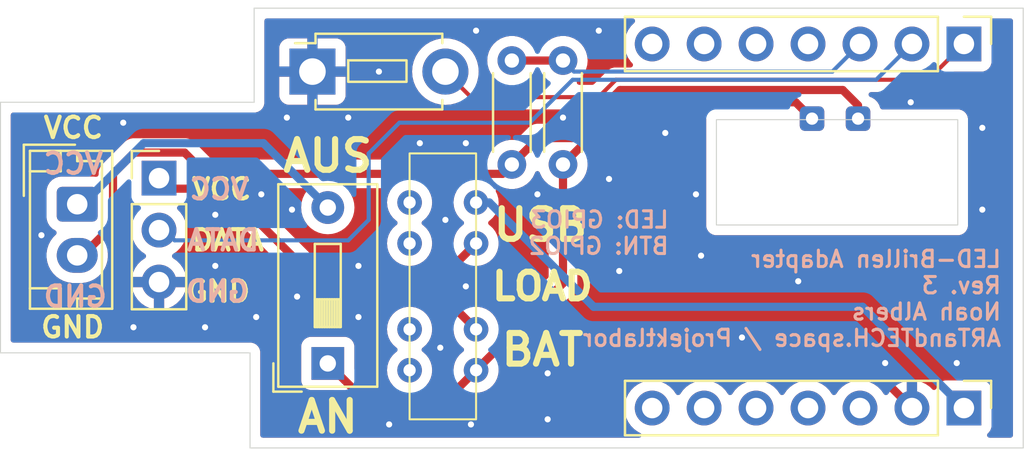
<source format=kicad_pcb>
(kicad_pcb (version 20240108) (generator "pcbnew") (generator_version "8.0")
  (layers (0 "F.Cu" signal) (31 "B.Cu" signal) (34 "B.Paste" user) (35 "F.Paste" user) (36 "B.SilkS" user "B.Silkscreen") (37 "F.SilkS" user "F.Silkscreen") (38 "B.Mask" user) (39 "F.Mask" user) (44 "Edge.Cuts" user))
  (net 0 "")
  (net 6 "/LEDS")
  (net 10 "/Battery-Measurement")
  (net 14 "/BTN")
  (net 16 "GND (ESP)")
  (net 17 "Net-(J5-Pin_1)")
  (net 18 "5V (USB)")
  (net 19 "3,3V (ESP)")
  (net 20 "3,7V (BAT)")
  (net 21 "VCC (Stripe)")
  (net 22 "GND (Battery)")
  (footprint "Button_Switch_THT:SW_DIP_SPSTx01_Slide_9.78x4.72mm_W7.62mm_P2.54mm" (layer "F.Cu") (at 216 95.7675 90)
    (property "Reference" "SW1" (hide yes))
    (property "Value" "SW_DIP_x01" (hide yes))
    (fp_line (start -1.38 -2.66) (end 0.004 -2.66) (stroke (width 0.12)) (layer "F.SilkS"))
    (fp_line (start -1.38 -2.66) (end -1.38 -1.277) (stroke (width 0.12)) (layer "F.SilkS"))
    (fp_line (start 8.76 -2.42) (end 8.76 2.42) (stroke (width 0.12)) (layer "F.SilkS"))
    (fp_line (start -1.14 -2.42) (end 8.76 -2.42) (stroke (width 0.12)) (layer "F.SilkS"))
    (fp_line (start -1.14 -2.42) (end -1.14 2.42) (stroke (width 0.12)) (layer "F.SilkS"))
    (fp_line (start 5.84 -0.635) (end 1.78 -0.635) (stroke (width 0.12)) (layer "F.SilkS"))
    (fp_line (start 3.133333 -0.635) (end 3.133333 0.635) (stroke (width 0.12)) (layer "F.SilkS"))
    (fp_line (start 1.78 -0.635) (end 1.78 0.635) (stroke (width 0.12)) (layer "F.SilkS"))
    (fp_line (start 1.78 -0.515) (end 3.133333 -0.515) (stroke (width 0.12)) (layer "F.SilkS"))
    (fp_line (start 1.78 -0.395) (end 3.133333 -0.395) (stroke (width 0.12)) (layer "F.SilkS"))
    (fp_line (start 1.78 -0.275) (end 3.133333 -0.275) (stroke (width 0.12)) (layer "F.SilkS"))
    (fp_line (start 1.78 -0.155) (end 3.133333 -0.155) (stroke (width 0.12)) (layer "F.SilkS"))
    (fp_line (start 1.78 -0.035) (end 3.133333 -0.035) (stroke (width 0.12)) (layer "F.SilkS"))
    (fp_line (start 1.78 0.085) (end 3.133333 0.085) (stroke (width 0.12)) (layer "F.SilkS"))
    (fp_line (start 1.78 0.205) (end 3.133333 0.205) (stroke (width 0.12)) (layer "F.SilkS"))
    (fp_line (start 1.78 0.325) (end 3.133333 0.325) (stroke (width 0.12)) (layer "F.SilkS"))
    (fp_line (start 1.78 0.445) (end 3.133333 0.445) (stroke (width 0.12)) (layer "F.SilkS"))
    (fp_line (start 1.78 0.565) (end 3.133333 0.565) (stroke (width 0.12)) (layer "F.SilkS"))
    (fp_line (start 5.84 0.635) (end 5.84 -0.635) (stroke (width 0.12)) (layer "F.SilkS"))
    (fp_line (start 1.78 0.635) (end 5.84 0.635) (stroke (width 0.12)) (layer "F.SilkS"))
    (fp_line (start -1.14 2.42) (end 8.76 2.42) (stroke (width 0.12)) (layer "F.SilkS"))
    (pad "1" thru_hole rect (at 0 0 90) (size 1.6 1.6) (drill 0.8) (layers "*.Cu" "*.Mask") (net 20 "3,7V (BAT)"))
    (pad "2" thru_hole oval (at 7.62 0 90) (size 1.6 1.6) (drill 0.8) (layers "*.Cu" "*.Mask") (net 17 "Net-(J5-Pin_1)"))
  )
  (footprint "Button_Switch_THT:SW_PUSH_1P1T_6x3.5mm_H5.0_APEM_MJTP1250" (layer "F.Cu") (at 215.25 81.5)
    (property "Reference" "SW2" (hide yes))
    (property "Value" "SW_Push" (hide yes))
    (fp_line (start 0.15 -1.85) (end 0.15 -1.39) (stroke (width 0.12)) (layer "F.SilkS"))
    (fp_line (start 0.15 -1.39) (end -0.85 -1.39) (stroke (width 0.12)) (layer "F.SilkS"))
    (fp_line (start 0.15 1.39) (end 0.15 1.85) (stroke (width 0.12)) (layer "F.SilkS"))
    (fp_line (start 0.15 1.85) (end 6.35 1.85) (stroke (width 0.12)) (layer "F.SilkS"))
    (fp_line (start 6.35 -1.85) (end 0.15 -1.85) (stroke (width 0.12)) (layer "F.SilkS"))
    (fp_line (start 6.35 -1.85) (end 6.35 -1.39) (stroke (width 0.12)) (layer "F.SilkS"))
    (fp_line (start 6.35 1.39) (end 6.35 1.85) (stroke (width 0.12)) (layer "F.SilkS"))
    (fp_rect (start 1.75 -0.55) (end 4.6 0.5) (stroke (width 0.12)) (fill none) (layer "F.SilkS"))
    (pad "1" thru_hole rect (at 0 0 90) (size 2.25 2.25) (drill 1.3) (layers "*.Cu" "*.Mask") (net 16 "GND (ESP)"))
    (pad "2" thru_hole circle (at 6.5 0 90) (size 2.25 2.25) (drill 1.3) (layers "*.Cu" "*.Mask") (net 14 "/BTN"))
  )
  (footprint "Library-SeeedStudio-Esp32C3-Battery-Pad-Surfacemount:Battery-Adapter" (layer "F.Cu") (at 239.675 83.8)
    (property "Reference" "J4" (hide yes))
    (property "Value" "Conn_01x02" (hide yes))
    (pad "1" thru_hole roundrect (at 0 0) (size 1.2 1.2) (drill 0.6) (property pad_prop_castellated) (layers "*.Cu" "*.Mask") (roundrect_rratio 0.2083333333) (net 20 "3,7V (BAT)"))
    (pad "2" thru_hole roundrect (at 2.25 0) (size 1.2 1.2) (drill 0.6) (layers "*.Cu" "*.Mask") (roundrect_rratio 0.2083333333) (net 22 "GND (Battery)"))
  )
  (footprint "Library-MSS-2336-DTE:MSS-2336" (layer "F.Cu") (at 220 96.1 90)
    (property "Reference" "SW3" (hide yes))
    (property "Value" "~" (hide yes))
    (fp_rect (start -2.4 0) (end 10.6 3.25) (stroke (width 0.1)) (fill none) (layer "F.SilkS"))
    (pad "1" thru_hole circle (at 0 3.25 90) (size 1.2 1.2) (drill 0.6) (layers "*.Cu" "*.Mask") (net 20 "3,7V (BAT)"))
    (pad "2" thru_hole circle (at 2 3.25 90) (size 1.2 1.2) (drill 0.6) (layers "*.Cu" "*.Mask") (net 21 "VCC (Stripe)"))
    (pad "3" thru_hole circle (at 6.2 3.25 90) (size 1.2 1.2) (drill 0.6) (layers "*.Cu" "*.Mask") (net 21 "VCC (Stripe)"))
    (pad "4" thru_hole circle (at 8.2 3.25 90) (size 1.2 1.2) (drill 0.6) (layers "*.Cu" "*.Mask") (net 18 "5V (USB)"))
    (pad "5" thru_hole circle (at 0 0 90) (size 1.2 1.2) (drill 0.6) (layers "*.Cu" "*.Mask"))
    (pad "6" thru_hole circle (at 2 0 90) (size 1.2 1.2) (drill 0.6) (layers "*.Cu" "*.Mask"))
    (pad "7" thru_hole circle (at 6.2 0 90) (size 1.2 1.2) (drill 0.6) (layers "*.Cu" "*.Mask"))
    (pad "8" thru_hole circle (at 8.2 0 90) (size 1.2 1.2) (drill 0.6) (layers "*.Cu" "*.Mask"))
  )
  (footprint "Resistor_THT:R_Axial_DIN0204_L3.6mm_D1.6mm_P5.08mm_Horizontal" (layer "F.Cu") (at 227.5 80.96 -90)
    (property "Reference" "R2" (hide yes))
    (property "Value" "R" (hide yes))
    (fp_line (start 0.62 0.92) (end 4.46 0.92) (stroke (width 0.12)) (layer "F.SilkS"))
    (fp_line (start 0.62 -0.92) (end 4.46 -0.92) (stroke (width 0.12)) (layer "F.SilkS"))
    (pad "1" thru_hole circle (at 0 0 270) (size 1.4 1.4) (drill 0.7) (layers "*.Cu" "*.Mask") (net 10 "/Battery-Measurement"))
    (pad "2" thru_hole oval (at 5.08 0 270) (size 1.4 1.4) (drill 0.7) (layers "*.Cu" "*.Mask") (net 20 "3,7V (BAT)"))
  )
  (footprint "Connector_PinHeader_2.54mm:PinHeader_1x03_P2.54mm_Vertical" (layer "F.Cu") (at 207.75 86.71)
    (property "Reference" "J3" (hide yes))
    (property "Value" "Conn_01x03_Pin" (hide yes))
    (fp_line (start -1.33 -1.33) (end 0 -1.33) (stroke (width 0.12)) (layer "F.SilkS"))
    (fp_line (start -1.33 0) (end -1.33 -1.33) (stroke (width 0.12)) (layer "F.SilkS"))
    (fp_line (start -1.33 1.27) (end -1.33 6.41) (stroke (width 0.12)) (layer "F.SilkS"))
    (fp_line (start -1.33 1.27) (end 1.33 1.27) (stroke (width 0.12)) (layer "F.SilkS"))
    (fp_line (start -1.33 6.41) (end 1.33 6.41) (stroke (width 0.12)) (layer "F.SilkS"))
    (fp_line (start 1.33 1.27) (end 1.33 6.41) (stroke (width 0.12)) (layer "F.SilkS"))
    (pad "1" thru_hole rect (at 0 0) (size 1.7 1.7) (drill 1) (layers "*.Cu" "*.Mask") (net 21 "VCC (Stripe)"))
    (pad "2" thru_hole oval (at 0 2.54) (size 1.7 1.7) (drill 1) (layers "*.Cu" "*.Mask") (net 6 "/LEDS"))
    (pad "3" thru_hole oval (at 0 5.08) (size 1.7 1.7) (drill 1) (layers "*.Cu" "*.Mask") (net 16 "GND (ESP)"))
  )
  (footprint "Connector_PinHeader_2.54mm:PinHeader_1x07_P2.54mm_Vertical" (layer "F.Cu") (at 247.1 80.15 -90)
    (property "Reference" "J2" (hide yes))
    (property "Value" "Conn_01x07_Pin" (hide yes))
    (fp_line (start -1.33 16.57) (end 1.33 16.57) (stroke (width 0.12)) (layer "F.SilkS"))
    (fp_line (start -1.33 1.27) (end -1.33 16.57) (stroke (width 0.12)) (layer "F.SilkS"))
    (fp_line (start -1.33 1.27) (end 1.33 1.27) (stroke (width 0.12)) (layer "F.SilkS"))
    (fp_line (start 1.33 1.27) (end 1.33 16.57) (stroke (width 0.12)) (layer "F.SilkS"))
    (fp_line (start -1.33 0) (end -1.33 -1.33) (stroke (width 0.12)) (layer "F.SilkS"))
    (fp_line (start -1.33 -1.33) (end 0 -1.33) (stroke (width 0.12)) (layer "F.SilkS"))
    (pad "1" thru_hole rect (at 0 0 270) (size 1.7 1.7) (drill 1) (layers "*.Cu" "*.Mask") (net 14 "/BTN"))
    (pad "2" thru_hole oval (at 0 2.54 270) (size 1.7 1.7) (drill 1) (layers "*.Cu" "*.Mask") (net 6 "/LEDS"))
    (pad "3" thru_hole oval (at 0 5.08 270) (size 1.7 1.7) (drill 1) (layers "*.Cu" "*.Mask") (net 10 "/Battery-Measurement"))
    (pad "4" thru_hole oval (at 0 7.62 270) (size 1.7 1.7) (drill 1) (layers "*.Cu" "*.Mask"))
    (pad "5" thru_hole oval (at 0 10.16 270) (size 1.7 1.7) (drill 1) (layers "*.Cu" "*.Mask"))
    (pad "6" thru_hole oval (at 0 12.7 270) (size 1.7 1.7) (drill 1) (layers "*.Cu" "*.Mask"))
    (pad "7" thru_hole oval (at 0 15.24 270) (size 1.7 1.7) (drill 1) (layers "*.Cu" "*.Mask"))
  )
  (footprint "Resistor_THT:R_Axial_DIN0204_L3.6mm_D1.6mm_P5.08mm_Horizontal" (layer "F.Cu") (at 225 86.04 90)
    (property "Reference" "R1" (hide yes))
    (property "Value" "R" (hide yes))
    (fp_line (start 0.62 -0.92) (end 4.46 -0.92) (stroke (width 0.12)) (layer "F.SilkS"))
    (fp_line (start 0.62 0.92) (end 4.46 0.92) (stroke (width 0.12)) (layer "F.SilkS"))
    (pad "1" thru_hole circle (at 0 0 90) (size 1.4 1.4) (drill 0.7) (layers "*.Cu" "*.Mask") (net 22 "GND (Battery)"))
    (pad "2" thru_hole oval (at 5.08 0 90) (size 1.4 1.4) (drill 0.7) (layers "*.Cu" "*.Mask") (net 10 "/Battery-Measurement"))
  )
  (footprint "Connector_JST:JST_EH_B2B-EH-A_1x02_P2.50mm_Vertical" (layer "F.Cu") (at 203.75 87.985 -90)
    (property "Reference" "J5" (hide yes))
    (property "Value" "Conn_01x02" (hide yes))
    (fp_line (start -2.91 2.61) (end -0.41 2.61) (stroke (width 0.12)) (layer "F.SilkS"))
    (fp_line (start -2.61 2.31) (end 5.11 2.31) (stroke (width 0.12)) (layer "F.SilkS"))
    (fp_line (start 5.11 2.31) (end 5.11 -1.71) (stroke (width 0.12)) (layer "F.SilkS"))
    (fp_line (start -2.61 0.81) (end -1.61 0.81) (stroke (width 0.12)) (layer "F.SilkS"))
    (fp_line (start -1.61 0.81) (end -1.61 2.31) (stroke (width 0.12)) (layer "F.SilkS"))
    (fp_line (start 4.11 0.81) (end 4.11 2.31) (stroke (width 0.12)) (layer "F.SilkS"))
    (fp_line (start 5.11 0.81) (end 4.11 0.81) (stroke (width 0.12)) (layer "F.SilkS"))
    (fp_line (start -2.91 0.11) (end -2.91 2.61) (stroke (width 0.12)) (layer "F.SilkS"))
    (fp_line (start -2.61 0) (end -2.11 0) (stroke (width 0.12)) (layer "F.SilkS"))
    (fp_line (start -2.11 0) (end -2.11 -1.21) (stroke (width 0.12)) (layer "F.SilkS"))
    (fp_line (start 4.61 0) (end 5.11 0) (stroke (width 0.12)) (layer "F.SilkS"))
    (fp_line (start -2.11 -1.21) (end 4.61 -1.21) (stroke (width 0.12)) (layer "F.SilkS"))
    (fp_line (start 4.61 -1.21) (end 4.61 0) (stroke (width 0.12)) (layer "F.SilkS"))
    (fp_line (start -2.61 -1.71) (end -2.61 2.31) (stroke (width 0.12)) (layer "F.SilkS"))
    (fp_line (start 5.11 -1.71) (end -2.61 -1.71) (stroke (width 0.12)) (layer "F.SilkS"))
    (pad "1" thru_hole roundrect (at 0 0 270) (size 1.7 2) (drill 1) (layers "*.Cu" "*.Mask") (roundrect_rratio 0.147059) (net 17 "Net-(J5-Pin_1)"))
    (pad "2" thru_hole oval (at 2.5 0 270) (size 1.7 2) (drill 1) (layers "*.Cu" "*.Mask") (net 22 "GND (Battery)"))
  )
  (footprint "Connector_PinHeader_2.54mm:PinHeader_1x07_P2.54mm_Vertical" (layer "F.Cu") (at 247.1 97.95 -90)
    (property "Reference" "J1" (hide yes))
    (property "Value" "Conn_01x07_Pin" (hide yes))
    (fp_line (start -1.33 16.57) (end 1.33 16.57) (stroke (width 0.12)) (layer "F.SilkS"))
    (fp_line (start -1.33 1.27) (end -1.33 16.57) (stroke (width 0.12)) (layer "F.SilkS"))
    (fp_line (start -1.33 1.27) (end 1.33 1.27) (stroke (width 0.12)) (layer "F.SilkS"))
    (fp_line (start 1.33 1.27) (end 1.33 16.57) (stroke (width 0.12)) (layer "F.SilkS"))
    (fp_line (start -1.33 0) (end -1.33 -1.33) (stroke (width 0.12)) (layer "F.SilkS"))
    (fp_line (start -1.33 -1.33) (end 0 -1.33) (stroke (width 0.12)) (layer "F.SilkS"))
    (pad "1" thru_hole rect (at 0 0 270) (size 1.7 1.7) (drill 1) (layers "*.Cu" "*.Mask") (net 18 "5V (USB)"))
    (pad "2" thru_hole oval (at 0 2.54 270) (size 1.7 1.7) (drill 1) (layers "*.Cu" "*.Mask") (net 16 "GND (ESP)"))
    (pad "3" thru_hole oval (at 0 5.08 270) (size 1.7 1.7) (drill 1) (layers "*.Cu" "*.Mask") (net 19 "3,3V (ESP)"))
    (pad "4" thru_hole oval (at 0 7.62 270) (size 1.7 1.7) (drill 1) (layers "*.Cu" "*.Mask"))
    (pad "5" thru_hole oval (at 0 10.16 270) (size 1.7 1.7) (drill 1) (layers "*.Cu" "*.Mask"))
    (pad "6" thru_hole oval (at 0 12.7 270) (size 1.7 1.7) (drill 1) (layers "*.Cu" "*.Mask"))
    (pad "7" thru_hole oval (at 0 15.24 270) (size 1.7 1.7) (drill 1) (layers "*.Cu" "*.Mask"))
  )
  (gr_line (start 212.2 95.25) (end 200 95.25) (stroke (width 0.05)) (layer "Edge.Cuts"))
  (gr_line (start 212.4 78.4) (end 212.4 83) (stroke (width 0.05)) (layer "Edge.Cuts"))
  (gr_line (start 250 78.4) (end 250 99.9) (stroke (width 0.05)) (layer "Edge.Cuts"))
  (gr_rect (start 235 83.85) (end 246.8 89) (stroke (width 0.05)) (fill none) (layer "Edge.Cuts"))
  (gr_line (start 212.2 99.9) (end 250 99.9) (stroke (width 0.05)) (layer "Edge.Cuts"))
  (gr_line (start 250 78.4) (end 212.4 78.4) (stroke (width 0.05)) (layer "Edge.Cuts"))
  (gr_line (start 200 95.25) (end 200 83) (stroke (width 0.05)) (layer "Edge.Cuts"))
  (gr_line (start 212.2 99.9) (end 212.2 95.25) (stroke (width 0.05)) (layer "Edge.Cuts"))
  (gr_line (start 212.4 83) (end 200 83) (stroke (width 0.05)) (layer "Edge.Cuts"))
  (gr_text "LED-Brillen Adapter\nRev. 3\nNoah Albers\nARTandTECH.space / Projektlabor" (at 249 95 0) (layer "B.SilkS") (effects (font (size 0.8 0.8) (thickness 0.15) (bold yes)) (justify left bottom mirror)))
  (gr_text "VCC" (at 202 86 0) (layer "B.SilkS") (effects (font (size 1 1) (thickness 0.2) (bold yes)) (justify right mirror)))
  (gr_text "GND" (at 212.25 92.25 0) (layer "B.SilkS") (effects (font (size 1 1) (thickness 0.2) (bold yes)) (justify left mirror)))
  (gr_text "VCC" (at 212.25 87.25 0) (layer "B.SilkS") (effects (font (size 1 1) (thickness 0.2) (bold yes)) (justify left mirror)))
  (gr_text "DATA" (at 212.75 89.75 0) (layer "B.SilkS") (effects (font (size 1 1) (thickness 0.2) (bold yes)) (justify left mirror)))
  (gr_text "LED: GPIO3\nBTN: GPIO2" (at 232.75 90.5 0) (layer "B.SilkS") (effects (font (size 0.8 0.8) (thickness 0.15) (bold yes)) (justify left bottom mirror)))
  (gr_text "GND" (at 202 92.5 0) (layer "B.SilkS") (effects (font (size 1 1) (thickness 0.2) (bold yes)) (justify right mirror)))
  (gr_text "USB" (at 226.4 89 0) (layer "F.SilkS") (effects (font (size 1.5 1.5) (thickness 0.3))))
  (gr_text "LOAD" (at 226.5 92 0) (layer "F.SilkS") (effects (font (size 1.3 1.3) (thickness 0.3))))
  (gr_text "GND" (at 201.869692 94 0) (layer "F.SilkS") (effects (font (size 1 1) (thickness 0.2) (bold yes)) (justify left)))
  (gr_text "AUS" (at 216 86.5 0) (layer "F.SilkS") (effects (font (size 1.5 1.5) (thickness 0.3)) (justify bottom)))
  (gr_text "GND" (at 209 92.25 0) (layer "F.SilkS") (effects (font (size 1 1) (thickness 0.2) (bold yes)) (justify left)))
  (gr_text "AN" (at 216 97.5 0) (layer "F.SilkS") (effects (font (size 1.5 1.5) (thickness 0.3)) (justify top)))
  (gr_text "DATA" (at 209.25 89.75 0) (layer "F.SilkS") (effects (font (size 1 1) (thickness 0.2) (bold yes)) (justify left)))
  (gr_text "VCC" (at 202 84.25 0) (layer "F.SilkS") (effects (font (size 1 1) (thickness 0.2) (bold yes)) (justify left)))
  (gr_text "VCC" (at 209.25 87.25 0) (layer "F.SilkS") (effects (font (size 1 1) (thickness 0.2) (bold yes)) (justify left)))
  (gr_text "BAT" (at 226.5 95.1 0) (layer "F.SilkS") (effects (font (size 1.5 1.5) (thickness 0.3))))
  (segment (start 219.5 84) (end 218 85.5) (width 0.2) (layer "B.Cu") (net 6))
  (segment (start 218 88.75) (end 217 89.75) (width 0.2) (layer "B.Cu") (net 6))
  (segment (start 217 89.75) (end 208.515 89.75) (width 0.2) (layer "B.Cu") (net 6))
  (segment (start 225.874214 84) (end 219.5 84) (width 0.2) (layer "B.Cu") (net 6))
  (segment (start 218 85.5) (end 218 88.75) (width 0.2) (layer "B.Cu") (net 6))
  (segment (start 208.515 89.75) (end 208.015 89.25) (width 0.2) (layer "B.Cu") (net 6))
  (segment (start 244.56 80.15) (end 242.81 81.9) (width 0.2) (layer "B.Cu") (net 6))
  (segment (start 242.81 81.9) (end 227.974214 81.9) (width 0.2) (layer "B.Cu") (net 6))
  (segment (start 227.974214 81.9) (end 225.874214 84) (width 0.2) (layer "B.Cu") (net 6))
  (segment (start 225 80.96) (end 227.5 80.96) (width 0.4) (layer "F.Cu") (net 10))
  (segment (start 228.04 81.5) (end 240.67 81.5) (width 0.2) (layer "B.Cu") (net 10))
  (segment (start 240.67 81.5) (end 242.02 80.15) (width 0.2) (layer "B.Cu") (net 10))
  (segment (start 227.5 80.96) (end 228.04 81.5) (width 0.2) (layer "B.Cu") (net 10))
  (segment (start 229.234366 82.75) (end 230.084366 81.9) (width 0.2) (layer "F.Cu") (net 14))
  (segment (start 230.084366 81.9) (end 245.35 81.9) (width 0.2) (layer "F.Cu") (net 14))
  (segment (start 223 82.75) (end 229.234366 82.75) (width 0.2) (layer "F.Cu") (net 14))
  (segment (start 245.35 81.9) (end 247.1 80.15) (width 0.2) (layer "F.Cu") (net 14))
  (segment (start 221.75 81.5) (end 223 82.75) (width 0.2) (layer "F.Cu") (net 14))
  (segment (start 244.56 97.95) (end 243.5 96.89) (width 0.4) (layer "F.Cu") (net 16))
  (segment (start 243.5 96.89) (end 243.5 96.5) (width 0.4) (layer "F.Cu") (net 16))
  (via (at 243.25 95.75) (size 0.5) (drill 0.3) (layers "F.Cu" "B.Cu") (net 16))
  (via (at 217.5 93.5) (size 0.5) (drill 0.3) (layers "F.Cu" "B.Cu") (net 16))
  (via (at 232.5 84.5) (size 0.5) (drill 0.3) (layers "F.Cu" "B.Cu") (net 16))
  (via (at 220.5 85) (size 0.5) (drill 0.3) (layers "F.Cu" "B.Cu") (net 16))
  (via (at 234 87.5) (size 0.5) (drill 0.3) (layers "F.Cu" "B.Cu") (net 16))
  (via (at 234.25 90.5) (size 0.5) (drill 0.3) (layers "F.Cu" "B.Cu") (net 16))
  (via (at 218.5 81.5) (size 0.5) (drill 0.3) (layers "F.Cu" "B.Cu") (net 16))
  (via (at 214.25 88.25) (size 0.5) (drill 0.3) (layers "F.Cu" "B.Cu") (net 16))
  (via (at 206.5 94) (size 0.5) (drill 0.3) (layers "F.Cu" "B.Cu") (net 16))
  (via (at 214.5 92.5) (size 0.5) (drill 0.3) (layers "F.Cu" "B.Cu") (net 16))
  (via (at 222.75 85) (size 0.5) (drill 0.3) (layers "F.Cu" "B.Cu") (net 16))
  (via (at 212.5 93.5) (size 0.5) (drill 0.3) (layers "F.Cu" "B.Cu") (net 16))
  (via (at 217.5 91) (size 0.5) (drill 0.3) (layers "F.Cu" "B.Cu") (net 16))
  (via (at 221.75 88.75) (size 0.5) (drill 0.3) (layers "F.Cu" "B.Cu") (net 16))
  (via (at 244.5 83) (size 0.5) (drill 0.3) (layers "F.Cu" "B.Cu") (net 16))
  (via (at 226.75 98.5) (size 0.5) (drill 0.3) (layers "F.Cu" "B.Cu") (net 16))
  (via (at 236.25 94.5) (size 0.5) (drill 0.3) (layers "F.Cu" "B.Cu") (net 16))
  (via (at 246.75 95.75) (size 0.5) (drill 0.3) (layers "F.Cu" "B.Cu") (net 16))
  (via (at 214 83.75) (size 0.5) (drill 0.3) (layers "F.Cu" "B.Cu") (net 16))
  (via (at 202 89.5) (size 0.5) (drill 0.3) (layers "F.Cu" "B.Cu") (net 16))
  (via (at 217 83.75) (size 0.5) (drill 0.3) (layers "F.Cu" "B.Cu") (net 16))
  (via (at 226.25 87.5) (size 0.5) (drill 0.3) (layers "F.Cu" "B.Cu") (net 16))
  (via (at 222.75 92) (size 0.5) (drill 0.3) (layers "F.Cu" "B.Cu") (net 16))
  (via (at 229.25 79.5) (size 0.5) (drill 0.3) (layers "F.Cu" "B.Cu") (net 16))
  (via (at 210.5 88.5) (size 0.5) (drill 0.3) (layers "F.Cu" "B.Cu") (net 16))
  (via (at 212.75 87.5) (size 0.5) (drill 0.3) (layers "F.Cu" "B.Cu") (net 16))
  (via (at 226.75 96.25) (size 0.5) (drill 0.3) (layers "F.Cu" "B.Cu") (net 16))
  (via (at 230.25 91.25) (size 0.5) (drill 0.3) (layers "F.Cu" "B.Cu") (net 16))
  (via (at 206 84) (size 0.5) (drill 0.3) (layers "F.Cu" "B.Cu") (net 16))
  (via (at 223.25 79.5) (size 0.5) (drill 0.3) (layers "F.Cu" "B.Cu") (net 16))
  (via (at 219 98.75) (size 0.5) (drill 0.3) (layers "F.Cu" "B.Cu") (net 16))
  (via (at 248 84.25) (size 0.5) (drill 0.3) (layers "F.Cu" "B.Cu") (net 16))
  (via (at 223 98.75) (size 0.5) (drill 0.3) (layers "F.Cu" "B.Cu") (net 16))
  (via (at 229.75 86.75) (size 0.5) (drill 0.3) (layers "F.Cu" "B.Cu") (net 16))
  (via (at 221.5 95) (size 0.5) (drill 0.3) (layers "F.Cu" "B.Cu") (net 16))
  (via (at 239 91.75) (size 0.5) (drill 0.3) (layers "F.Cu" "B.Cu") (net 16))
  (via (at 227.5 83.75) (size 0.5) (drill 0.3) (layers "F.Cu" "B.Cu") (net 16))
  (via (at 248 88.25) (size 0.5) (drill 0.3) (layers "F.Cu" "B.Cu") (net 16))
  (via (at 210 94) (size 0.5) (drill 0.3) (layers "F.Cu" "B.Cu") (net 16))
  (via (at 210.5 91) (size 0.5) (drill 0.3) (layers "F.Cu" "B.Cu") (net 16))
  (segment (start 203.75 88.25) (end 207 85) (width 0.4) (layer "B.Cu") (net 17))
  (segment (start 212.8525 85) (end 215.5 87.6475) (width 0.4) (layer "B.Cu") (net 17))
  (segment (start 207 85) (end 212.8525 85) (width 0.4) (layer "B.Cu") (net 17))
  (segment (start 229 93) (end 242.15 93) (width 0.4) (layer "B.Cu") (net 18))
  (segment (start 223.25 87.9) (end 223.9 87.9) (width 0.4) (layer "B.Cu") (net 18))
  (segment (start 242.15 93) (end 247.1 97.95) (width 0.4) (layer "B.Cu") (net 18))
  (segment (start 223.9 87.9) (end 229 93) (width 0.4) (layer "B.Cu") (net 18))
  (segment (start 216 95.7675) (end 217.9825 97.75) (width 0.4) (layer "F.Cu") (net 20))
  (segment (start 238.875 83) (end 239.675 83.8) (width 0.4) (layer "F.Cu") (net 20))
  (segment (start 227.5 86.04) (end 230.54 83) (width 0.4) (layer "F.Cu") (net 20))
  (segment (start 215.5 95.7675) (end 216 95.7675) (width 0.4) (layer "F.Cu") (net 20))
  (segment (start 221.6 97.75) (end 223.25 96.1) (width 0.4) (layer "F.Cu") (net 20))
  (segment (start 217.9825 97.75) (end 221.6 97.75) (width 0.4) (layer "F.Cu") (net 20))
  (segment (start 227.5 91.85) (end 227.5 86.04) (width 0.4) (layer "F.Cu") (net 20))
  (segment (start 223.25 96.1) (end 227.5 91.85) (width 0.4) (layer "F.Cu") (net 20))
  (segment (start 230.54 83) (end 238.875 83) (width 0.4) (layer "F.Cu") (net 20))
  (segment (start 207.5 87.225) (end 207.5925 87.1325) (width 0.4) (layer "F.Cu") (net 21))
  (segment (start 221.15 92) (end 223.25 94.1) (width 0.4) (layer "F.Cu") (net 21))
  (segment (start 210.975 87.225) (end 215.75 92) (width 0.4) (layer "F.Cu") (net 21))
  (segment (start 221.15 92) (end 223.25 89.9) (width 0.4) (layer "F.Cu") (net 21))
  (segment (start 215.75 92) (end 221.15 92) (width 0.4) (layer "F.Cu") (net 21))
  (segment (start 207.5 87.225) (end 210.975 87.225) (width 0.4) (layer "F.Cu") (net 21))
  (segment (start 241.175 82.4) (end 241.925 83.15) (width 0.4) (layer "F.Cu") (net 22))
  (segment (start 205.5 86.5) (end 205.5 89) (width 0.4) (layer "F.Cu") (net 22))
  (segment (start 226.29 84.75) (end 227.941472 84.75) (width 0.4) (layer "F.Cu") (net 22))
  (segment (start 209 85.46) (end 206.54 85.46) (width 0.4) (layer "F.Cu") (net 22))
  (segment (start 206.54 85.46) (end 205.5 86.5) (width 0.4) (layer "F.Cu") (net 22))
  (segment (start 205.5 89) (end 203.5 91) (width 0.4) (layer "F.Cu") (net 22))
  (segment (start 227.941472 84.75) (end 230.291472 82.4) (width 0.4) (layer "F.Cu") (net 22))
  (segment (start 224.54 86.5) (end 210.04 86.5) (width 0.4) (layer "F.Cu") (net 22))
  (segment (start 225 86.04) (end 226.29 84.75) (width 0.4) (layer "F.Cu") (net 22))
  (segment (start 225 86.04) (end 224.54 86.5) (width 0.4) (layer "F.Cu") (net 22))
  (segment (start 210.04 86.5) (end 209 85.46) (width 0.4) (layer "F.Cu") (net 22))
  (segment (start 230.291472 82.4) (end 241.175 82.4) (width 0.4) (layer "F.Cu") (net 22))
  (zone (net 16) (net_name "GND (ESP)") (layers "F&B.Cu") (connect_pads (clearance 0.5)) (min_thickness 0.25) (fill yes (thermal_gap 0.5) (thermal_bridge_width 0.5))
    (polygon (pts (xy 200 78) (xy 250 78) (xy 250 100) (xy 200 100)))
  )
)
</source>
